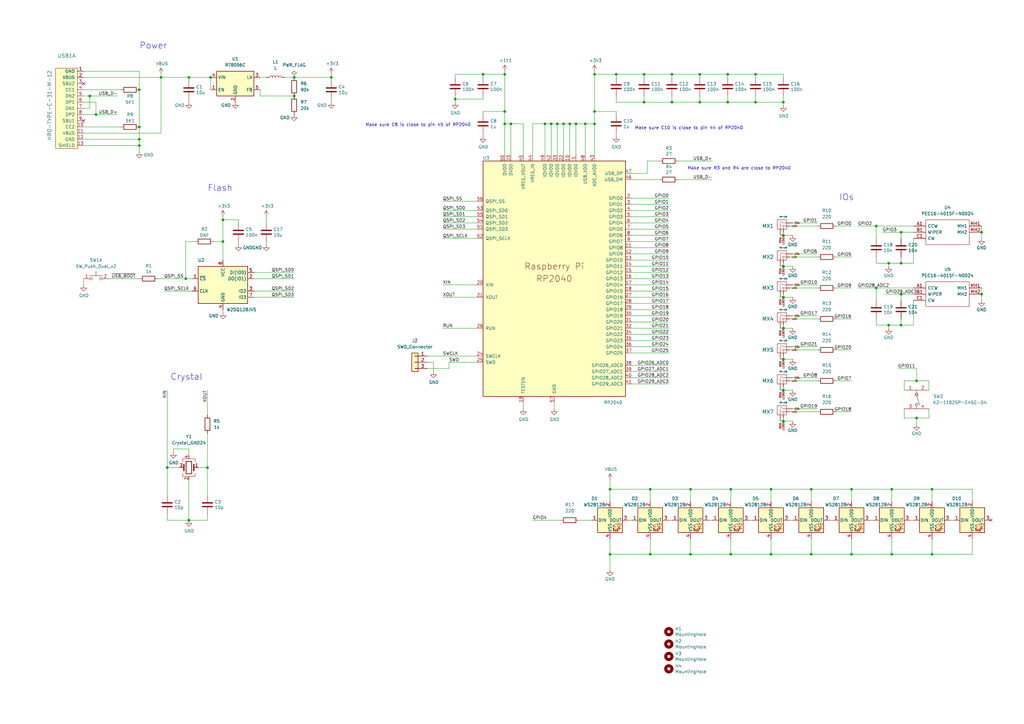
<source format=kicad_sch>
(kicad_sch (version 20211123) (generator eeschema)
  (paper "A3")
  (title_block (title "RP2040 Minimal Design Example") (date "2020-12-18") (rev "REV1") (company "Raspberry Pi (Trading) Ltd"))
  (junction (at 382.27 200.66))
  (junction (at 209.55 50.8))
  (junction (at 332.74 227.33))
  (junction (at 287.02 30.48))
  (junction (at 233.68 50.8))
  (junction (at 283.21 200.66))
  (junction (at 135.89 31.75))
  (junction (at 76.2 114.3))
  (junction (at 299.72 200.66))
  (junction (at 287.02 41.91))
  (junction (at 226.06 50.8))
  (junction (at 369.57 95.25))
  (junction (at 321.31 121.92))
  (junction (at 359.41 92.71))
  (junction (at 236.22 50.8))
  (junction (at 299.72 227.33))
  (junction (at 264.16 30.48))
  (junction (at 283.21 227.33))
  (junction (at 359.41 118.11))
  (junction (at 369.57 107.95))
  (junction (at 321.31 160.02))
  (junction (at 207.01 30.48))
  (junction (at 243.84 30.48))
  (junction (at 264.16 41.91))
  (junction (at 316.23 200.66))
  (junction (at 228.6 50.8))
  (junction (at 321.31 172.72))
  (junction (at 252.73 30.48))
  (junction (at 120.65 31.75))
  (junction (at 332.74 200.66))
  (junction (at 321.31 96.52))
  (junction (at 369.57 120.65))
  (junction (at 198.12 30.48))
  (junction (at 120.65 39.37))
  (junction (at 298.45 41.91))
  (junction (at 85.09 191.77))
  (junction (at 243.84 50.8))
  (junction (at 36.83 39.37))
  (junction (at 77.47 31.75))
  (junction (at 57.15 36.83))
  (junction (at 231.14 50.8))
  (junction (at 57.15 57.15))
  (junction (at 223.52 50.8))
  (junction (at 243.84 45.72))
  (junction (at 365.76 227.33))
  (junction (at 275.59 41.91))
  (junction (at 349.25 227.33))
  (junction (at 375.92 171.45))
  (junction (at 321.31 109.22))
  (junction (at 266.7 227.33))
  (junction (at 275.59 30.48))
  (junction (at 402.59 120.65))
  (junction (at 364.49 133.35))
  (junction (at 68.58 191.77))
  (junction (at 91.44 90.17))
  (junction (at 207.01 50.8))
  (junction (at 39.37 46.99))
  (junction (at 250.19 227.33))
  (junction (at 402.59 95.25))
  (junction (at 321.31 147.32))
  (junction (at 266.7 200.66))
  (junction (at 369.57 133.35))
  (junction (at 186.69 40.64))
  (junction (at 309.88 41.91))
  (junction (at 316.23 227.33))
  (junction (at 321.31 134.62))
  (junction (at 250.19 200.66))
  (junction (at 240.03 50.8))
  (junction (at 57.15 59.69))
  (junction (at 298.45 30.48))
  (junction (at 77.47 213.36))
  (junction (at 207.01 45.72))
  (junction (at 66.04 31.75))
  (junction (at 375.92 156.21))
  (junction (at 382.27 227.33))
  (junction (at 364.49 107.95))
  (junction (at 321.31 41.91))
  (junction (at 91.44 99.06))
  (junction (at 365.76 200.66))
  (junction (at 349.25 200.66))
  (junction (at 57.15 52.07))
  (junction (at 86.36 31.75))
  (junction (at 309.88 30.48))
  (no_connect (at 406.4 213.36))
  (no_connect (at 34.29 49.53))
  (no_connect (at 34.29 34.29))
  (wire (pts (xy 335.28 104.14) (xy 325.12 104.14)))
  (wire (pts (xy 252.73 39.37) (xy 252.73 41.91)))
  (wire (pts (xy 332.74 200.66) (xy 332.74 205.74)))
  (wire (pts (xy 259.08 96.52) (xy 274.32 96.52)))
  (wire (pts (xy 243.84 30.48) (xy 252.73 30.48)))
  (wire (pts (xy 398.78 227.33) (xy 398.78 220.98)))
  (wire (pts (xy 34.29 31.75) (xy 66.04 31.75)))
  (wire (pts (xy 240.03 63.5) (xy 240.03 50.8)))
  (wire (pts (xy 335.28 91.44) (xy 325.12 91.44)))
  (wire (pts (xy 323.85 105.41) (xy 335.28 105.41)))
  (wire (pts (xy 71.12 184.15) (xy 71.12 185.42)))
  (wire (pts (xy 321.31 95.25) (xy 321.31 96.52)))
  (wire (pts (xy 177.8 148.59) (xy 175.26 148.59)))
  (wire (pts (xy 321.31 39.37) (xy 321.31 41.91)))
  (wire (pts (xy 57.15 59.69) (xy 57.15 62.23)))
  (wire (pts (xy 321.31 160.02) (xy 325.12 160.02)))
  (wire (pts (xy 320.04 134.62) (xy 321.31 134.62)))
  (wire (pts (xy 66.04 31.75) (xy 77.47 31.75)))
  (wire (pts (xy 57.15 36.83) (xy 57.15 52.07)))
  (wire (pts (xy 259.08 91.44) (xy 274.32 91.44)))
  (wire (pts (xy 335.28 129.54) (xy 325.12 129.54)))
  (wire (pts (xy 365.76 227.33) (xy 349.25 227.33)))
  (wire (pts (xy 104.14 114.3) (xy 120.65 114.3)))
  (wire (pts (xy 34.29 57.15) (xy 57.15 57.15)))
  (wire (pts (xy 259.08 157.48) (xy 274.32 157.48)))
  (wire (pts (xy 275.59 30.48) (xy 287.02 30.48)))
  (wire (pts (xy 207.01 29.21) (xy 207.01 30.48)))
  (wire (pts (xy 57.15 29.21) (xy 57.15 36.83)))
  (wire (pts (xy 226.06 50.8) (xy 228.6 50.8)))
  (wire (pts (xy 259.08 142.24) (xy 274.32 142.24)))
  (wire (pts (xy 66.04 30.48) (xy 66.04 31.75)))
  (wire (pts (xy 77.47 40.64) (xy 77.47 41.91)))
  (wire (pts (xy 299.72 227.33) (xy 299.72 220.98)))
  (wire (pts (xy 321.31 96.52) (xy 325.12 96.52)))
  (wire (pts (xy 349.25 200.66) (xy 365.76 200.66)))
  (wire (pts (xy 335.28 154.94) (xy 325.12 154.94)))
  (wire (pts (xy 250.19 200.66) (xy 250.19 205.74)))
  (wire (pts (xy 34.29 54.61) (xy 66.04 54.61)))
  (wire (pts (xy 283.21 227.33) (xy 266.7 227.33)))
  (wire (pts (xy 76.2 114.3) (xy 78.74 114.3)))
  (wire (pts (xy 275.59 31.75) (xy 275.59 30.48)))
  (wire (pts (xy 283.21 200.66) (xy 299.72 200.66)))
  (wire (pts (xy 259.08 154.94) (xy 274.32 154.94)))
  (wire (pts (xy 389.89 213.36) (xy 391.16 213.36)))
  (wire (pts (xy 375.92 173.99) (xy 375.92 171.45)))
  (wire (pts (xy 369.57 95.25) (xy 369.57 97.79)))
  (wire (pts (xy 259.08 114.3) (xy 274.32 114.3)))
  (wire (pts (xy 299.72 227.33) (xy 283.21 227.33)))
  (wire (pts (xy 198.12 54.61) (xy 198.12 55.88)))
  (wire (pts (xy 207.01 50.8) (xy 207.01 63.5)))
  (wire (pts (xy 76.2 99.06) (xy 76.2 114.3)))
  (wire (pts (xy 34.29 116.84) (xy 34.29 114.3)))
  (wire (pts (xy 259.08 71.12) (xy 265.43 71.12)))
  (wire (pts (xy 359.41 133.35) (xy 364.49 133.35)))
  (wire (pts (xy 259.08 106.68) (xy 274.32 106.68)))
  (wire (pts (xy 264.16 41.91) (xy 252.73 41.91)))
  (wire (pts (xy 104.14 121.92) (xy 120.65 121.92)))
  (wire (pts (xy 214.63 63.5) (xy 214.63 50.8)))
  (wire (pts (xy 252.73 54.61) (xy 252.73 55.88)))
  (wire (pts (xy 186.69 31.75) (xy 186.69 30.48)))
  (wire (pts (xy 214.63 165.1) (xy 214.63 167.64)))
  (wire (pts (xy 34.29 41.91) (xy 39.37 41.91)))
  (wire (pts (xy 402.59 123.19) (xy 402.59 120.65)))
  (wire (pts (xy 361.95 95.25) (xy 369.57 95.25)))
  (wire (pts (xy 349.25 143.51) (xy 342.9 143.51)))
  (wire (pts (xy 36.83 39.37) (xy 48.26 39.37)))
  (wire (pts (xy 71.12 184.15) (xy 77.47 184.15)))
  (wire (pts (xy 106.68 31.75) (xy 109.22 31.75)))
  (wire (pts (xy 309.88 39.37) (xy 309.88 41.91)))
  (wire (pts (xy 86.36 31.75) (xy 77.47 31.75)))
  (wire (pts (xy 236.22 50.8) (xy 236.22 63.5)))
  (wire (pts (xy 316.23 200.66) (xy 332.74 200.66)))
  (wire (pts (xy 320.04 172.72) (xy 321.31 172.72)))
  (wire (pts (xy 359.41 118.11) (xy 359.41 123.19)))
  (wire (pts (xy 250.19 227.33) (xy 250.19 220.98)))
  (wire (pts (xy 369.57 107.95) (xy 369.57 105.41)))
  (wire (pts (xy 104.14 119.38) (xy 120.65 119.38)))
  (wire (pts (xy 321.31 146.05) (xy 321.31 147.32)))
  (wire (pts (xy 364.49 133.35) (xy 364.49 134.62)))
  (wire (pts (xy 374.65 95.25) (xy 369.57 95.25)))
  (wire (pts (xy 259.08 152.4) (xy 274.32 152.4)))
  (wire (pts (xy 259.08 149.86) (xy 274.32 149.86)))
  (wire (pts (xy 398.78 227.33) (xy 382.27 227.33)))
  (wire (pts (xy 120.65 39.37) (xy 106.68 39.37)))
  (wire (pts (xy 198.12 40.64) (xy 198.12 39.37)))
  (wire (pts (xy 335.28 116.84) (xy 325.12 116.84)))
  (wire (pts (xy 233.68 63.5) (xy 233.68 50.8)))
  (wire (pts (xy 370.84 171.45) (xy 375.92 171.45)))
  (wire (pts (xy 106.68 39.37) (xy 106.68 36.83)))
  (wire (pts (xy 359.41 92.71) (xy 359.41 97.79)))
  (wire (pts (xy 298.45 41.91) (xy 287.02 41.91)))
  (wire (pts (xy 316.23 227.33) (xy 299.72 227.33)))
  (wire (pts (xy 67.31 119.38) (xy 78.74 119.38)))
  (wire (pts (xy 198.12 31.75) (xy 198.12 30.48)))
  (wire (pts (xy 181.61 93.98) (xy 195.58 93.98)))
  (wire (pts (xy 370.84 160.02) (xy 370.84 156.21)))
  (wire (pts (xy 381 167.64) (xy 381 171.45)))
  (wire (pts (xy 298.45 30.48) (xy 309.88 30.48)))
  (wire (pts (xy 195.58 82.55) (xy 181.61 82.55)))
  (wire (pts (xy 320.04 96.52) (xy 321.31 96.52)))
  (wire (pts (xy 321.31 147.32) (xy 325.12 147.32)))
  (wire (pts (xy 175.26 151.13) (xy 184.15 151.13)))
  (wire (pts (xy 44.45 114.3) (xy 57.15 114.3)))
  (wire (pts (xy 275.59 39.37) (xy 275.59 41.91)))
  (wire (pts (xy 77.47 196.85) (xy 77.47 213.36)))
  (wire (pts (xy 39.37 46.99) (xy 34.29 46.99)))
  (wire (pts (xy 382.27 200.66) (xy 398.78 200.66)))
  (wire (pts (xy 266.7 227.33) (xy 266.7 220.98)))
  (wire (pts (xy 349.25 130.81) (xy 342.9 130.81)))
  (wire (pts (xy 299.72 200.66) (xy 316.23 200.66)))
  (wire (pts (xy 243.84 30.48) (xy 243.84 45.72)))
  (wire (pts (xy 177.8 152.4) (xy 177.8 148.59)))
  (wire (pts (xy 135.89 33.02) (xy 135.89 31.75)))
  (wire (pts (xy 309.88 31.75) (xy 309.88 30.48)))
  (wire (pts (xy 402.59 95.25) (xy 402.59 92.71)))
  (wire (pts (xy 275.59 41.91) (xy 264.16 41.91)))
  (wire (pts (xy 298.45 31.75) (xy 298.45 30.48)))
  (wire (pts (xy 266.7 200.66) (xy 266.7 205.74)))
  (wire (pts (xy 321.31 31.75) (xy 321.31 30.48)))
  (wire (pts (xy 198.12 30.48) (xy 207.01 30.48)))
  (wire (pts (xy 265.43 66.04) (xy 270.51 66.04)))
  (wire (pts (xy 321.31 158.75) (xy 321.31 160.02)))
  (wire (pts (xy 91.44 90.17) (xy 91.44 99.06)))
  (wire (pts (xy 259.08 121.92) (xy 274.32 121.92)))
  (wire (pts (xy 368.3 151.13) (xy 375.92 151.13)))
  (wire (pts (xy 186.69 30.48) (xy 198.12 30.48)))
  (wire (pts (xy 85.09 191.77) (xy 85.09 177.8)))
  (wire (pts (xy 332.74 227.33) (xy 316.23 227.33)))
  (wire (pts (xy 259.08 124.46) (xy 274.32 124.46)))
  (wire (pts (xy 243.84 45.72) (xy 252.73 45.72)))
  (wire (pts (xy 97.79 99.06) (xy 97.79 100.33)))
  (wire (pts (xy 375.92 156.21) (xy 375.92 151.13)))
  (wire (pts (xy 335.28 142.24) (xy 325.12 142.24)))
  (wire (pts (xy 231.14 63.5) (xy 231.14 50.8)))
  (wire (pts (xy 373.38 213.36) (xy 374.65 213.36)))
  (wire (pts (xy 195.58 148.59) (xy 184.15 148.59)))
  (wire (pts (xy 181.61 116.84) (xy 195.58 116.84)))
  (wire (pts (xy 68.58 191.77) (xy 73.66 191.77)))
  (wire (pts (xy 181.61 86.36) (xy 195.58 86.36)))
  (wire (pts (xy 198.12 46.99) (xy 198.12 45.72)))
  (wire (pts (xy 85.09 170.18) (xy 85.09 160.02)))
  (wire (pts (xy 398.78 200.66) (xy 398.78 205.74)))
  (wire (pts (xy 264.16 31.75) (xy 264.16 30.48)))
  (wire (pts (xy 321.31 134.62) (xy 325.12 134.62)))
  (wire (pts (xy 250.19 196.85) (xy 250.19 200.66)))
  (wire (pts (xy 218.44 63.5) (xy 218.44 50.8)))
  (wire (pts (xy 299.72 205.74) (xy 299.72 200.66)))
  (wire (pts (xy 356.87 213.36) (xy 358.14 213.36)))
  (wire (pts (xy 259.08 73.66) (xy 270.51 73.66)))
  (wire (pts (xy 237.49 213.36) (xy 242.57 213.36)))
  (wire (pts (xy 207.01 30.48) (xy 207.01 45.72)))
  (wire (pts (xy 364.49 133.35) (xy 369.57 133.35)))
  (wire (pts (xy 374.65 107.95) (xy 369.57 107.95)))
  (wire (pts (xy 349.25 200.66) (xy 349.25 205.74)))
  (wire (pts (xy 186.69 40.64) (xy 186.69 41.91)))
  (wire (pts (xy 257.81 213.36) (xy 259.08 213.36)))
  (wire (pts (xy 369.57 133.35) (xy 369.57 130.81)))
  (wire (pts (xy 135.89 31.75) (xy 135.89 30.48)))
  (wire (pts (xy 36.83 44.45) (xy 36.83 39.37)))
  (wire (pts (xy 97.79 91.44) (xy 97.79 90.17)))
  (wire (pts (xy 309.88 41.91) (xy 321.31 41.91)))
  (wire (pts (xy 231.14 50.8) (xy 233.68 50.8)))
  (wire (pts (xy 374.65 123.19) (xy 374.65 133.35)))
  (wire (pts (xy 259.08 139.7) (xy 274.32 139.7)))
  (wire (pts (xy 236.22 50.8) (xy 240.03 50.8)))
  (wire (pts (xy 85.09 203.2) (xy 85.09 191.77)))
  (wire (pts (xy 259.08 134.62) (xy 274.32 134.62)))
  (wire (pts (xy 259.08 81.28) (xy 274.32 81.28)))
  (wire (pts (xy 264.16 39.37) (xy 264.16 41.91)))
  (wire (pts (xy 68.58 191.77) (xy 68.58 160.02)))
  (wire (pts (xy 332.74 200.66) (xy 349.25 200.66)))
  (wire (pts (xy 57.15 59.69) (xy 34.29 59.69)))
  (wire (pts (xy 402.59 97.79) (xy 402.59 95.25)))
  (wire (pts (xy 214.63 50.8) (xy 209.55 50.8)))
  (wire (pts (xy 175.26 146.05) (xy 195.58 146.05)))
  (wire (pts (xy 259.08 144.78) (xy 274.32 144.78)))
  (wire (pts (xy 359.41 107.95) (xy 364.49 107.95)))
  (wire (pts (xy 369.57 120.65) (xy 374.65 120.65)))
  (wire (pts (xy 309.88 30.48) (xy 321.31 30.48)))
  (wire (pts (xy 402.59 120.65) (xy 402.59 118.11)))
  (wire (pts (xy 135.89 40.64) (xy 135.89 41.91)))
  (wire (pts (xy 287.02 39.37) (xy 287.02 41.91)))
  (wire (pts (xy 109.22 88.9) (xy 109.22 91.44)))
  (wire (pts (xy 85.09 210.82) (xy 85.09 213.36)))
  (wire (pts (xy 278.13 66.04) (xy 292.1 66.04)))
  (wire (pts (xy 320.04 109.22) (xy 321.31 109.22)))
  (wire (pts (xy 381 156.21) (xy 381 160.02)))
  (wire (pts (xy 259.08 101.6) (xy 274.32 101.6)))
  (wire (pts (xy 266.7 227.33) (xy 250.19 227.33)))
  (wire (pts (xy 259.08 83.82) (xy 274.32 83.82)))
  (wire (pts (xy 290.83 213.36) (xy 292.1 213.36)))
  (wire (pts (xy 283.21 200.66) (xy 283.21 205.74)))
  (wire (pts (xy 298.45 39.37) (xy 298.45 41.91)))
  (wire (pts (xy 80.01 99.06) (xy 76.2 99.06)))
  (wire (pts (xy 77.47 184.15) (xy 77.47 186.69)))
  (wire (pts (xy 370.84 171.45) (xy 370.84 167.64)))
  (wire (pts (xy 223.52 50.8) (xy 226.06 50.8)))
  (wire (pts (xy 223.52 63.5) (xy 223.52 50.8)))
  (wire (pts (xy 349.25 227.33) (xy 349.25 220.98)))
  (wire (pts (xy 252.73 46.99) (xy 252.73 45.72)))
  (wire (pts (xy 81.28 191.77) (xy 85.09 191.77)))
  (wire (pts (xy 68.58 203.2) (xy 68.58 191.77)))
  (wire (pts (xy 259.08 127) (xy 274.32 127)))
  (wire (pts (xy 274.32 213.36) (xy 275.59 213.36)))
  (wire (pts (xy 264.16 30.48) (xy 275.59 30.48)))
  (wire (pts (xy 195.58 134.62) (xy 181.61 134.62)))
  (wire (pts (xy 321.31 121.92) (xy 325.12 121.92)))
  (wire (pts (xy 227.33 165.1) (xy 227.33 167.64)))
  (wire (pts (xy 365.76 200.66) (xy 365.76 205.74)))
  (wire (pts (xy 68.58 213.36) (xy 77.47 213.36)))
  (wire (pts (xy 34.29 29.21) (xy 57.15 29.21)))
  (wire (pts (xy 68.58 210.82) (xy 68.58 213.36)))
  (wire (pts (xy 370.84 156.21) (xy 375.92 156.21)))
  (wire (pts (xy 252.73 31.75) (xy 252.73 30.48)))
  (wire (pts (xy 287.02 30.48) (xy 298.45 30.48)))
  (wire (pts (xy 349.25 118.11) (xy 342.9 118.11)))
  (wire (pts (xy 186.69 39.37) (xy 186.69 40.64)))
  (wire (pts (xy 375.92 156.21) (xy 381 156.21)))
  (wire (pts (xy 207.01 45.72) (xy 207.01 50.8)))
  (wire (pts (xy 349.25 168.91) (xy 342.9 168.91)))
  (wire (pts (xy 259.08 86.36) (xy 274.32 86.36)))
  (wire (pts (xy 321.31 171.45) (xy 321.31 172.72)))
  (wire (pts (xy 323.85 213.36) (xy 325.12 213.36)))
  (wire (pts (xy 66.04 54.61) (xy 66.04 31.75)))
  (wire (pts (xy 104.14 111.76) (xy 120.65 111.76)))
  (wire (pts (xy 195.58 97.79) (xy 181.61 97.79)))
  (wire (pts (xy 181.61 88.9) (xy 195.58 88.9)))
  (wire (pts (xy 259.08 132.08) (xy 274.32 132.08)))
  (wire (pts (xy 233.68 50.8) (xy 236.22 50.8)))
  (wire (pts (xy 335.28 167.64) (xy 325.12 167.64)))
  (wire (pts (xy 320.04 160.02) (xy 321.31 160.02)))
  (wire (pts (xy 259.08 129.54) (xy 274.32 129.54)))
  (wire (pts (xy 332.74 227.33) (xy 332.74 220.98)))
  (wire (pts (xy 259.08 116.84) (xy 274.32 116.84)))
  (wire (pts (xy 259.08 93.98) (xy 274.32 93.98)))
  (wire (pts (xy 57.15 57.15) (xy 57.15 59.69)))
  (wire (pts (xy 209.55 63.5) (xy 209.55 50.8)))
  (wire (pts (xy 116.84 31.75) (xy 120.65 31.75)))
  (wire (pts (xy 316.23 200.66) (xy 316.23 205.74)))
  (wire (pts (xy 198.12 45.72) (xy 207.01 45.72)))
  (wire (pts (xy 323.85 118.11) (xy 335.28 118.11)))
  (wire (pts (xy 349.25 105.41) (xy 342.9 105.41)))
  (wire (pts (xy 266.7 200.66) (xy 283.21 200.66)))
  (wire (pts (xy 228.6 50.8) (xy 231.14 50.8)))
  (wire (pts (xy 321.31 133.35) (xy 321.31 134.62)))
  (wire (pts (xy 375.92 171.45) (xy 381 171.45)))
  (wire (pts (xy 250.19 200.66) (xy 266.7 200.66)))
  (wire (pts (xy 382.27 227.33) (xy 365.76 227.33)))
  (wire (pts (xy 349.25 227.33) (xy 332.74 227.33)))
  (wire (pts (xy 77.47 33.02) (xy 77.47 31.75)))
  (wire (pts (xy 320.04 147.32) (xy 321.31 147.32)))
  (wire (pts (xy 226.06 63.5) (xy 226.06 50.8)))
  (wire (pts (xy 382.27 227.33) (xy 382.27 220.98)))
  (wire (pts (xy 365.76 227.33) (xy 365.76 220.98)))
  (wire (pts (xy 259.08 104.14) (xy 274.32 104.14)))
  (wire (pts (xy 369.57 120.65) (xy 369.57 123.19)))
  (wire (pts (xy 323.85 143.51) (xy 335.28 143.51)))
  (wire (pts (xy 250.19 227.33) (xy 250.19 233.68)))
  (wire (pts (xy 265.43 66.04) (xy 265.43 71.12)))
  (wire (pts (xy 364.49 107.95) (xy 364.49 109.22)))
  (wire (pts (xy 120.65 31.75) (xy 135.89 31.75)))
  (wire (pts (xy 320.04 121.92) (xy 321.31 121.92)))
  (wire (pts (xy 259.08 137.16) (xy 274.32 137.16)))
  (wire (pts (xy 278.13 73.66) (xy 292.1 73.66)))
  (wire (pts (xy 36.83 39.37) (xy 34.29 39.37)))
  (wire (pts (xy 186.69 40.64) (xy 198.12 40.64)))
  (wire (pts (xy 109.22 99.06) (xy 109.22 100.33)))
  (wire (pts (xy 365.76 200.66) (xy 382.27 200.66)))
  (wire (pts (xy 91.44 99.06) (xy 91.44 106.68)))
  (wire (pts (xy 351.79 92.71) (xy 359.41 92.71)))
  (wire (pts (xy 359.41 133.35) (xy 359.41 130.81)))
  (wire (pts (xy 321.31 172.72) (xy 325.12 172.72)))
  (wire (pts (xy 307.34 213.36) (xy 308.61 213.36)))
  (wire (pts (xy 349.25 92.71) (xy 342.9 92.71)))
  (wire (pts (xy 57.15 52.07) (xy 57.15 57.15)))
  (wire (pts (xy 39.37 46.99) (xy 48.26 46.99)))
  (wire (pts (xy 259.08 109.22) (xy 274.32 109.22)))
  (wire (pts (xy 374.65 133.35) (xy 369.57 133.35)))
  (wire (pts (xy 259.08 88.9) (xy 274.32 88.9)))
  (wire (pts (xy 64.77 114.3) (xy 76.2 114.3)))
  (wire (pts (xy 91.44 127) (xy 91.44 128.27)))
  (wire (pts (xy 91.44 88.9) (xy 91.44 90.17)))
  (wire (pts (xy 181.61 91.44) (xy 195.58 91.44)))
  (wire (pts (xy 363.22 120.65) (xy 369.57 120.65)))
  (wire (pts (xy 218.44 50.8) (xy 223.52 50.8)))
  (wire (pts (xy 323.85 168.91) (xy 335.28 168.91)))
  (wire (pts (xy 323.85 130.81) (xy 335.28 130.81)))
  (wire (pts (xy 228.6 63.5) (xy 228.6 50.8)))
  (wire (pts (xy 195.58 121.92) (xy 181.61 121.92)))
  (wire (pts (xy 259.08 119.38) (xy 274.32 119.38)))
  (wire (pts (xy 252.73 30.48) (xy 264.16 30.48)))
  (wire (pts (xy 316.23 227.33) (xy 316.23 220.98)))
  (wire (pts (xy 49.53 52.07) (xy 34.29 52.07)))
  (wire (pts (xy 87.63 99.06) (xy 91.44 99.06)))
  (wire (pts (xy 364.49 107.95) (xy 369.57 107.95)))
  (wire (pts (xy 259.08 99.06) (xy 274.32 99.06)))
  (wire (pts (xy 259.08 111.76) (xy 274.32 111.76)))
  (wire (pts (xy 283.21 227.33) (xy 283.21 220.98)))
  (wire (pts (xy 184.15 148.59) (xy 184.15 151.13)))
  (wire (pts (xy 321.31 41.91) (xy 321.31 43.18)))
  (wire (pts (xy 374.65 97.79) (xy 374.65 107.95)))
  (wire (pts (xy 351.79 118.11) (xy 359.41 118.11)))
  (wire (pts (xy 240.03 50.8) (xy 243.84 50.8)))
  (wire (pts (xy 86.36 31.75) (xy 86.36 36.83)))
  (wire (pts (xy 243.84 50.8) (xy 243.84 63.5)))
  (wire (pts (xy 49.53 36.83) (xy 34.29 36.83)))
  (wire (pts (xy 218.44 213.36) (xy 229.87 213.36)))
  (wire (pts (xy 287.02 41.91) (xy 275.59 41.91)))
  (wire (pts (xy 382.27 200.66) (xy 382.27 205.74)))
  (wire (pts (xy 374.65 92.71) (xy 359.41 92.71)))
  (wire (pts (xy 209.55 50.8) (xy 207.01 50.8)))
  (wire (pts (xy 243.84 29.21) (xy 243.84 30.48)))
  (wire (pts (xy 323.85 92.71) (xy 335.28 92.71)))
  (wire (pts (xy 359.41 107.95) (xy 359.41 105.41)))
  (wire (pts (xy 349.25 156.21) (xy 342.9 156.21)))
  (wire (pts (xy 321.31 107.95) (xy 321.31 109.22)))
  (wire (pts (xy 97.79 90.17) (xy 91.44 90.17)))
  (wire (pts (xy 374.65 118.11) (xy 359.41 118.11)))
  (wire (pts (xy 321.31 120.65) (xy 321.31 121.92)))
  (wire (pts (xy 309.88 41.91) (xy 298.45 41.91)))
  (wire (pts (xy 34.29 44.45) (xy 36.83 44.45)))
  (wire (pts (xy 85.09 213.36) (xy 77.47 213.36)))
  (wire (pts (xy 340.36 213.36) (xy 341.63 213.36)))
  (wire (pts (xy 39.37 41.91) (xy 39.37 46.99)))
  (wire (pts (xy 287.02 31.75) (xy 287.02 30.48)))
  (wire (pts (xy 323.85 156.21) (xy 335.28 156.21)))
  (wire (pts (xy 321.31 109.22) (xy 325.12 109.22)))
  (wire (pts (xy 243.84 45.72) (xy 243.84 50.8)))
  (text "Make sure C10 is close to pin 44 of RP2040" (at 260.35 53.34 0) (effects (font (size 1.27 1.27)) (justify left bottom)))
  (text "Make sure C8 is close to pin 45 of RP2040" (at 149.86 52.07 0) (effects (font (size 1.27 1.27)) (justify left bottom)))
  (text "Crystal" (at 69.85 156.21 0) (effects (font (size 2.54 2.54)) (justify left bottom)))
  (text "Make sure R3 and R4 are close to RP2040" (at 281.94 69.85 0) (effects (font (size 1.27 1.27)) (justify left bottom)))
  (text "Flash" (at 85.09 78.74 0) (effects (font (size 2.54 2.54)) (justify left bottom)))
  (text "Power" (at 57.15 20.32 0) (effects (font (size 2.54 2.54)) (justify left bottom)))
  (text "IOs" (at 344.17 82.55 0) (effects (font (size 2.54 2.54)) (justify left bottom)))
  (label "USB_D+" (at 292.1 66.04 180))
  (label "GPIO29_ADC3" (at 274.32 157.48 180))
  (label "USB_D-" (at 48.26 39.37 180))
  (label "USB_D-" (at 292.1 73.66 180))
  (label "XIN" (at 181.61 116.84 0))
  (label "GPIO20" (at 274.32 132.08 180))
  (label "GPIO5" (at 274.32 93.98 180))
  (label "GPIO18" (at 349.25 168.91 180))
  (label "GPIO1" (at 274.32 83.82 180))
  (label "QSPI_SD2" (at 120.65 119.38 180))
  (label "RUN" (at 181.61 134.62 0))
  (label "GPIO3" (at 361.95 95.25 0))
  (label "GPIO10" (at 335.28 116.84 180))
  (label "GPIO29_ADC3" (at 363.22 120.65 0))
  (label "QSPI_SD3" (at 181.61 93.98 0))
  (label "SWCLK" (at 181.61 146.05 0))
  (label "GPIO20" (at 349.25 143.51 180))
  (label "GPIO11" (at 274.32 109.22 180))
  (label "GPIO6" (at 274.32 96.52 180))
  (label "GPIO2" (at 274.32 86.36 180))
  (label "GPIO22" (at 274.32 137.16 180))
  (label "GPIO15" (at 274.32 119.38 180))
  (label "XOUT" (at 181.61 121.92 0))
  (label "GPIO16" (at 274.32 121.92 180))
  (label "XOUT" (at 85.09 160.02 270))
  (label "GPIO19" (at 335.28 167.64 180))
  (label "GPIO3" (at 274.32 88.9 180))
  (label "USB_D+" (at 48.26 46.99 180))
  (label "GPIO16" (at 349.25 130.81 180))
  (label "GPIO27_ADC1" (at 274.32 152.4 180))
  (label "QSPI_SCLK" (at 181.61 97.79 0))
  (label "GPIO9" (at 274.32 104.14 180))
  (label "GPIO26_ADC0" (at 274.32 149.86 180))
  (label "GPIO7" (at 349.25 156.21 180))
  (label "GPIO28_ADC2" (at 351.79 118.11 0))
  (label "GPIO8" (at 274.32 101.6 180))
  (label "GPIO4" (at 218.44 213.36 0))
  (label "GPIO21" (at 335.28 142.24 180))
  (label "GPIO4" (at 274.32 91.44 180))
  (label "GPIO2" (at 351.79 92.71 0))
  (label "GPIO10" (at 274.32 106.68 180))
  (label "GPIO18" (at 274.32 127 180))
  (label "GPIO13" (at 274.32 114.3 180))
  (label "SWD" (at 184.15 148.59 0))
  (label "GPIO6" (at 335.28 104.14 180))
  (label "QSPI_SD0" (at 181.61 86.36 0))
  (label "GPIO25" (at 274.32 144.78 180))
  (label "GPIO1" (at 335.28 91.44 180))
  (label "GPIO19" (at 274.32 129.54 180))
  (label "QSPI_SCLK" (at 67.31 119.38 0))
  (label "GPIO17" (at 274.32 124.46 180))
  (label "GPIO23" (at 274.32 139.7 180))
  (label "GPIO0" (at 274.32 81.28 180))
  (label "GPIO12" (at 274.32 111.76 180))
  (label "QSPI_SS" (at 181.61 82.55 0))
  (label "~{USB_BOOT}" (at 45.72 114.3 0))
  (label "GPIO9" (at 349.25 118.11 180))
  (label "QSPI_SD0" (at 120.65 111.76 180))
  (label "QSPI_SD1" (at 181.61 88.9 0))
  (label "GPIO21" (at 274.32 134.62 180))
  (label "GPIO11" (at 368.3 151.13 0))
  (label "QSPI_SD1" (at 120.65 114.3 180))
  (label "QSPI_SS" (at 67.31 114.3 0))
  (label "GPIO28_ADC2" (at 274.32 154.94 180))
  (label "GPIO7" (at 274.32 99.06 180))
  (label "GPIO17" (at 335.28 129.54 180))
  (label "XIN" (at 68.58 160.02 270))
  (label "QSPI_SD2" (at 181.61 91.44 0))
  (label "QSPI_SD3" (at 120.65 121.92 180))
  (label "GPIO14" (at 274.32 116.84 180))
  (label "GPIO8" (at 335.28 154.94 180))
  (label "GPIO24" (at 274.32 142.24 180))
  (label "GPIO0" (at 349.25 92.71 180))
  (label "GPIO5" (at 349.25 105.41 180))
  (symbol (lib_id "MCU_RaspberryPi_RP2040:RP2040") (at 227.33 114.3 0) (unit 1)
    (property "Reference" "U3" (at 199.39 64.77 0))
    (property "Value" "RP2040" (at 251.46 165.1 0))
    (property "Footprint" "RP2040_minimal:RP2040-QFN-56" (effects hide))
  )
  (symbol (lib_id "Device:C") (at 68.58 207.01 0) (unit 1)
    (property "Reference" "C2" (at 71.501 205.8416 0) (effects (justify left)))
    (property "Value" "10p" (at 71.501 208.153 0) (effects (justify left)))
    (property "Footprint" "Capacitor_SMD:C_0402_1005Metric" (effects hide))
  )
  (symbol (lib_id "Device:C") (at 85.09 207.01 0) (unit 1)
    (property "Reference" "C3" (at 88.011 205.8416 0) (effects (justify left)))
    (property "Value" "10p" (at 88.011 208.153 0) (effects (justify left)))
    (property "Footprint" "Capacitor_SMD:C_0402_1005Metric" (effects hide))
  )
  (symbol (lib_id "power:GND") (at 77.47 213.36 0) (unit 1)
    (property "Reference" "#PWR06" (effects hide))
    (property "Value" "GND" (at 77.597 217.7542 0))
  )
  (symbol (lib_id "Memory_Flash:W25Q128JVS") (at 91.44 116.84 0) (unit 1)
    (property "Reference" "U2" (at 82.55 106.68 0))
    (property "Value" "W25Q128JVS" (at 99.06 127 0))
    (property "Footprint" "Package_SO:SOIC-8_5.23x5.23mm_P1.27mm" (effects hide))
    (property "Datasheet" "http://www.winbond.com/resource-files/w25q128jv_dtr%20revc%2003272018%20plus.pdf" (effects hide))
  )
  (symbol (lib_id "power:+3V3") (at 91.44 88.9 0) (unit 1)
    (property "Reference" "#PWR07" (effects hide))
    (property "Value" "+3V3" (at 91.821 84.5058 0))
  )
  (symbol (lib_id "power:GND") (at 91.44 128.27 0) (unit 1)
    (property "Reference" "#PWR08" (effects hide))
    (property "Value" "GND" (at 87.63 129.54 0))
  )
  (symbol (lib_id "Device:R") (at 83.82 99.06 270) (unit 1)
    (property "Reference" "R2" (at 83.82 93.98 90))
    (property "Value" "DNF" (at 83.82 96.52 90))
    (property "Footprint" "Resistor_SMD:R_0402_1005Metric" (effects hide))
  )
  (symbol (lib_id "Device:R") (at 60.96 114.3 270) (unit 1)
    (property "Reference" "R1" (at 60.96 109.0422 90))
    (property "Value" "1k" (at 60.96 111.3536 90))
    (property "Footprint" "Resistor_SMD:R_0402_1005Metric" (effects hide))
  )
  (symbol (lib_id "Device:C") (at 97.79 95.25 0) (unit 1)
    (property "Reference" "C5" (at 100.711 94.0816 0) (effects (justify left)))
    (property "Value" "100n" (at 100.711 96.393 0) (effects (justify left)))
    (property "Footprint" "Capacitor_SMD:C_0402_1005Metric" (effects hide))
  )
  (symbol (lib_id "power:GND") (at 97.79 100.33 0) (unit 1)
    (property "Reference" "#PWR011" (effects hide))
    (property "Value" "GND" (at 101.6 101.6 0))
  )
  (symbol (lib_id "power:GND") (at 227.33 167.64 0) (unit 1)
    (property "Reference" "#PWR016" (effects hide))
    (property "Value" "GND" (at 227.457 172.0342 0))
  )
  (symbol (lib_id "power:GND") (at 214.63 167.64 0) (unit 1)
    (property "Reference" "#PWR015" (effects hide))
    (property "Value" "GND" (at 214.757 172.0342 0))
  )
  (symbol (lib_id "Device:R") (at 274.32 66.04 270) (unit 1)
    (property "Reference" "R3" (at 274.32 60.7822 90))
    (property "Value" "27" (at 274.32 63.0936 90))
    (property "Footprint" "Resistor_SMD:R_0402_1005Metric" (effects hide))
  )
  (symbol (lib_id "Device:R") (at 274.32 73.66 270) (unit 1)
    (property "Reference" "R4" (at 274.32 68.4022 90))
    (property "Value" "27" (at 274.32 70.7136 90))
    (property "Footprint" "Resistor_SMD:R_0402_1005Metric" (effects hide))
  )
  (symbol (lib_id "power:+3V3") (at 243.84 29.21 0) (unit 1)
    (property "Reference" "#PWR017" (effects hide))
    (property "Value" "+3V3" (at 244.221 24.8158 0))
  )
  (symbol (lib_id "power:+1V1") (at 207.01 29.21 0) (unit 1)
    (property "Reference" "#PWR014" (effects hide))
    (property "Value" "+1V1" (at 207.391 24.8158 0))
  )
  (symbol (lib_id "Device:C") (at 252.73 35.56 0) (unit 1)
    (property "Reference" "C9" (at 255.651 34.3916 0) (effects (justify left)))
    (property "Value" "100n" (at 255.651 36.703 0) (effects (justify left)))
    (property "Footprint" "Capacitor_SMD:C_0402_1005Metric" (effects hide))
  )
  (symbol (lib_id "Device:C") (at 264.16 35.56 0) (unit 1)
    (property "Reference" "C11" (at 267.081 34.3916 0) (effects (justify left)))
    (property "Value" "100n" (at 267.081 36.703 0) (effects (justify left)))
    (property "Footprint" "Capacitor_SMD:C_0402_1005Metric" (effects hide))
  )
  (symbol (lib_id "Device:C") (at 275.59 35.56 0) (unit 1)
    (property "Reference" "C12" (at 278.511 34.3916 0) (effects (justify left)))
    (property "Value" "100n" (at 278.511 36.703 0) (effects (justify left)))
    (property "Footprint" "Capacitor_SMD:C_0402_1005Metric" (effects hide))
  )
  (symbol (lib_id "Device:C") (at 287.02 35.56 0) (unit 1)
    (property "Reference" "C13" (at 289.941 34.3916 0) (effects (justify left)))
    (property "Value" "100n" (at 289.941 36.703 0) (effects (justify left)))
    (property "Footprint" "Capacitor_SMD:C_0402_1005Metric" (effects hide))
  )
  (symbol (lib_id "Device:C") (at 298.45 35.56 0) (unit 1)
    (property "Reference" "C14" (at 301.371 34.3916 0) (effects (justify left)))
    (property "Value" "100n" (at 301.371 36.703 0) (effects (justify left)))
    (property "Footprint" "Capacitor_SMD:C_0402_1005Metric" (effects hide))
  )
  (symbol (lib_id "Device:C") (at 309.88 35.56 0) (unit 1)
    (property "Reference" "C15" (at 312.801 34.3916 0) (effects (justify left)))
    (property "Value" "100n" (at 312.801 36.703 0) (effects (justify left)))
    (property "Footprint" "Capacitor_SMD:C_0402_1005Metric" (effects hide))
  )
  (symbol (lib_id "Device:C") (at 321.31 35.56 0) (unit 1)
    (property "Reference" "C16" (at 324.231 34.3916 0) (effects (justify left)))
    (property "Value" "100n" (at 324.231 36.703 0) (effects (justify left)))
    (property "Footprint" "Capacitor_SMD:C_0402_1005Metric" (effects hide))
  )
  (symbol (lib_id "Device:C") (at 186.69 35.56 0) (unit 1)
    (property "Reference" "C6" (at 189.611 34.3916 0) (effects (justify left)))
    (property "Value" "100n" (at 189.611 36.703 0) (effects (justify left)))
    (property "Footprint" "Capacitor_SMD:C_0402_1005Metric" (effects hide))
  )
  (symbol (lib_id "Device:C") (at 198.12 35.56 0) (unit 1)
    (property "Reference" "C7" (at 201.041 34.3916 0) (effects (justify left)))
    (property "Value" "100n" (at 201.041 36.703 0) (effects (justify left)))
    (property "Footprint" "Capacitor_SMD:C_0402_1005Metric" (effects hide))
  )
  (symbol (lib_id "Device:C") (at 198.12 50.8 0) (unit 1)
    (property "Reference" "C8" (at 201.041 49.6316 0) (effects (justify left)))
    (property "Value" "1u" (at 201.041 51.943 0) (effects (justify left)))
    (property "Footprint" "Capacitor_SMD:C_0402_1005Metric" (effects hide))
  )
  (symbol (lib_id "Device:C") (at 252.73 50.8 0) (unit 1)
    (property "Reference" "C10" (at 255.651 49.6316 0) (effects (justify left)))
    (property "Value" "1u" (at 255.651 51.943 0) (effects (justify left)))
    (property "Footprint" "Capacitor_SMD:C_0402_1005Metric" (effects hide))
  )
  (symbol (lib_id "Mechanical:MountingHole") (at 274.32 259.08 0) (unit 1)
    (property "Reference" "H1" (at 276.86 257.9116 0) (effects (justify left)))
    (property "Value" "MountingHole" (at 276.86 260.223 0) (effects (justify left)))
    (property "Footprint" "MountingHole:MountingHole_3.2mm_M3" (effects hide))
  )
  (symbol (lib_id "Mechanical:MountingHole") (at 274.32 264.16 0) (unit 1)
    (property "Reference" "H2" (at 276.86 262.9916 0) (effects (justify left)))
    (property "Value" "MountingHole" (at 276.86 265.303 0) (effects (justify left)))
    (property "Footprint" "MountingHole:MountingHole_3.2mm_M3" (effects hide))
  )
  (symbol (lib_id "Mechanical:MountingHole") (at 274.32 269.24 0) (unit 1)
    (property "Reference" "H3" (at 276.86 268.0716 0) (effects (justify left)))
    (property "Value" "MountingHole" (at 276.86 270.383 0) (effects (justify left)))
    (property "Footprint" "MountingHole:MountingHole_3.2mm_M3" (effects hide))
  )
  (symbol (lib_id "Mechanical:MountingHole") (at 274.32 274.32 0) (unit 1)
    (property "Reference" "H4" (at 276.86 273.1516 0) (effects (justify left)))
    (property "Value" "MountingHole" (at 276.86 275.463 0) (effects (justify left)))
    (property "Footprint" "MountingHole:MountingHole_3.2mm_M3" (effects hide))
  )
  (symbol (lib_id "power:GND") (at 321.31 43.18 0) (unit 1)
    (property "Reference" "#PWR023" (effects hide))
    (property "Value" "GND" (at 321.437 47.5742 0))
  )
  (symbol (lib_id "power:GND") (at 186.69 41.91 0) (unit 1)
    (property "Reference" "#PWR012" (effects hide))
    (property "Value" "GND" (at 186.817 46.3042 0))
  )
  (symbol (lib_id "power:GND") (at 198.12 55.88 0) (unit 1)
    (property "Reference" "#PWR013" (effects hide))
    (property "Value" "GND" (at 198.247 60.2742 0))
  )
  (symbol (lib_id "power:GND") (at 252.73 55.88 0) (unit 1)
    (property "Reference" "#PWR018" (effects hide))
    (property "Value" "GND" (at 252.857 60.2742 0))
  )
  (symbol (lib_id "power:VBUS") (at 66.04 30.48 0) (unit 1)
    (property "Reference" "#PWR03" (effects hide))
    (property "Value" "VBUS" (at 66.421 26.0858 0))
  )
  (symbol (lib_id "power:+3V3") (at 135.89 30.48 0) (unit 1)
    (property "Reference" "#PWR09" (effects hide))
    (property "Value" "+3V3" (at 136.271 26.0858 0))
  )
  (symbol (lib_id "Device:C") (at 77.47 36.83 0) (unit 1)
    (property "Reference" "C1" (at 80.391 35.6616 0) (effects (justify left)))
    (property "Value" "10u" (at 80.391 37.973 0) (effects (justify left)))
    (property "Footprint" "Inductor_SMD:L_1008_2520Metric" (effects hide))
  )
  (symbol (lib_id "Device:C") (at 135.89 36.83 0) (unit 1)
    (property "Reference" "C4" (at 138.811 35.6616 0) (effects (justify left)))
    (property "Value" "10u" (at 138.811 37.973 0) (effects (justify left)))
    (property "Footprint" "Capacitor_SMD:C_0805_2012Metric" (effects hide))
  )
  (symbol (lib_id "power:GND") (at 77.47 41.91 0) (unit 1)
    (property "Reference" "#PWR04" (effects hide))
    (property "Value" "GND" (at 73.66 43.18 0))
  )
  (symbol (lib_id "power:GND") (at 135.89 41.91 0) (unit 1)
    (property "Reference" "#PWR010" (effects hide))
    (property "Value" "GND" (at 132.08 43.18 0))
  )
  (symbol (lib_id "Device:R") (at 85.09 173.99 0) (unit 1)
    (property "Reference" "R5" (at 88.9 172.72 0))
    (property "Value" "1k" (at 88.9 175.26 0))
    (property "Footprint" "Resistor_SMD:R_0402_1005Metric" (effects hide))
  )
  (symbol (lib_id "power:+3V3") (at 109.22 88.9 0) (unit 1)
    (property "Reference" "#PWR024" (effects hide))
    (property "Value" "+3V3" (at 109.601 84.5058 0))
  )
  (symbol (lib_id "Device:C") (at 109.22 95.25 0) (unit 1)
    (property "Reference" "C17" (at 112.141 94.0816 0) (effects (justify left)))
    (property "Value" "10u" (at 112.141 96.393 0) (effects (justify left)))
    (property "Footprint" "Capacitor_SMD:C_0805_2012Metric" (effects hide))
  )
  (symbol (lib_id "power:GND") (at 109.22 100.33 0) (unit 1)
    (property "Reference" "#PWR025" (effects hide))
    (property "Value" "GND" (at 105.41 101.6 0))
  )
  (symbol (lib_id "power:GND") (at 34.29 116.84 0) (unit 1)
    (property "Reference" "#PWR02" (effects hide))
    (property "Value" "GND" (at 34.417 121.2342 0))
  )
  (symbol (lib_id "Device:Crystal_GND24") (at 77.47 191.77 180) (unit 1)
    (property "Reference" "Y1" (at 77.47 179.07 0))
    (property "Value" "Crystal_GND24" (at 77.47 181.61 0))
    (property "Footprint" "Crystal:Crystal_SMD_2520-4Pin_2.5x2.0mm" (effects hide))
    (property "Datasheet" "https://lcsc.com/product-detail/Crystals_JYJE-2TJ412000XYGBC_C2149207.html" (effects hide))
  )
  (symbol (lib_id "Device:R") (at 120.65 43.18 0) (unit 1)
    (property "Reference" "R7" (at 123.19 41.9099 0) (effects (justify left)))
    (property "Value" "20k" (at 123.19 44.4499 0) (effects (justify left)))
    (property "Footprint" "Resistor_SMD:R_0402_1005Metric" (effects hide))
  )
  (symbol (lib_id "power:GND") (at 364.49 134.62 0) (unit 1)
    (property "Reference" "#PWR0116" (effects hide))
    (property "Value" "GND" (at 364.49 138.43 0))
  )
  (symbol (lib_id "WS2812B-4020:WS2812B-4020") (at 365.76 213.36 0) (unit 1)
    (property "Reference" "D8" (at 359.41 204.47 0))
    (property "Value" "WS2812B" (at 359.41 207.01 0))
    (property "Footprint" "WS2812B-4020:WS2812B-4020" (effects hide))
    (property "Datasheet" "https://datasheet.lcsc.com/szlcsc/2012110135_Worldsemi-WS2812B-4020_C965557.pdf" (effects hide))
  )
  (symbol (lib_id "MX:MX-LED") (at 321.31 156.21 0) (unit 1)
    (property "Reference" "MX6" (at 314.96 156.21 0) (effects (font (size 1.524 1.524))))
    (property "Value" "MX-LED" (at 321.31 152.4 0) (effects (font (size 0.508 0.508))))
    (property "Footprint" "MX:MXOnly-1.5U-Hotswap-LED-SMD" (effects hide))
  )
  (symbol (lib_id "power:GND") (at 57.15 62.23 0) (unit 1)
    (property "Reference" "#PWR0105" (effects hide))
    (property "Value" "GND" (at 60.96 63.5 0))
  )
  (symbol (lib_id "power:GND") (at 325.12 172.72 0) (unit 1)
    (property "Reference" "#PWR0108" (effects hide))
    (property "Value" "GND" (at 325.12 176.53 0))
  )
  (symbol (lib_id "Device:R") (at 339.09 168.91 90) (unit 1)
    (property "Reference" "R16" (at 339.09 162.56 90))
    (property "Value" "220" (at 339.09 165.1 90))
    (property "Footprint" "Resistor_SMD:R_0603_1608Metric" (effects hide))
  )
  (symbol (lib_id "power:GND") (at 402.59 123.19 0) (unit 1)
    (property "Reference" "#PWR0114" (effects hide))
    (property "Value" "GND" (at 402.59 127 0))
  )
  (symbol (lib_id "Type-C:HRO-TYPE-C-31-M-12") (at 31.75 43.18 0) (unit 1)
    (property "Reference" "USB1" (at 27.305 22.86 0) (effects (font (size 1.524 1.524))))
    (property "Value" "HRO-TYPE-C-31-M-12" (at 20.32 43.18 90) (effects (font (size 1.524 1.524))))
    (property "Footprint" "Type-C:HRO-TYPE-C-31-M-12-Assembly" (effects hide))
    (property "Datasheet" "https://datasheet.lcsc.com/lcsc/2108131730_Korean-Hroparts-Elec-TYPE-C-31-M-12_C165948.pdf" (effects hide))
  )
  (symbol (lib_id "PEC16-4015F-N0024:PEC16-4015F-N0024") (at 374.65 118.11 0) (unit 1)
    (property "Reference" "U5" (at 388.62 110.49 0))
    (property "Value" "PEC16-4015F-N0024" (at 388.62 113.03 0))
    (property "Footprint" "PEC16-4015F-N0024:PEC16-4015F-N0024-millmax" (effects hide))
    (property "Datasheet" "https://www.bourns.com/docs/Product-Datasheets/pec16.pdf" (effects hide))
    (property "Description" "Mechanical Encoder Rotary Incremental Flat 0.02N.m Straight Quadrature Digital Square Wave 24PPR Through Hole PC Pin" (effects hide))
    (property "Height" "21.5" (effects hide))
    (property "Mouser Part Number" "652-PEC16-4015FN0024" (effects hide))
    (property "Mouser Price/Stock" "https://www.mouser.co.uk/ProductDetail/Bourns/PEC16-4015F-N0024?qs=h2IHEVivlqBHjMMX4nV%252Bdg%3D%3D" (effects hide))
    (property "Manufacturer_Name" "Bourns" (effects hide))
    (property "Manufacturer_Part_Number" "PEC16-4015F-N0024" (effects hide))
  )
  (symbol (lib_id "MX:MX-LED") (at 321.31 92.71 0) (unit 1)
    (property "Reference" "MX1" (at 314.96 92.71 0) (effects (font (size 1.524 1.524))))
    (property "Value" "MX-LED" (at 321.31 88.9 0) (effects (font (size 0.508 0.508))))
    (property "Footprint" "MX:MXOnly-1.5U-Hotswap-LED-SMD" (effects hide))
  )
  (symbol (lib_id "RT8096C:RT8096C") (at 96.52 34.29 0) (unit 1)
    (property "Reference" "U1" (at 96.52 24.13 0))
    (property "Value" "RT8096C" (at 96.52 26.67 0))
    (property "Footprint" "Package_TO_SOT_SMD:TSOT-23-5" (effects hide))
    (property "Datasheet" "https://www.diodes.com/assets/Datasheets/PAM2305.pdf" (effects hide))
  )
  (symbol (lib_id "power:GND") (at 325.12 109.22 0) (unit 1)
    (property "Reference" "#PWR0111" (effects hide))
    (property "Value" "GND" (at 325.12 113.03 0))
  )
  (symbol (lib_id "Device:C") (at 359.41 127 0) (unit 1)
    (property "Reference" "C19" (at 362.331 125.8316 0) (effects (justify left)))
    (property "Value" "10n" (at 362.331 128.143 0) (effects (justify left)))
    (property "Footprint" "Capacitor_SMD:C_0603_1608Metric" (effects hide))
  )
  (symbol (lib_id "power:GND") (at 177.8 152.4 0) (unit 1)
    (property "Reference" "#PWR0101" (effects hide))
    (property "Value" "GND" (at 177.927 156.7942 0))
  )
  (symbol (lib_id "WS2812B-4020:WS2812B-4020") (at 316.23 213.36 0) (unit 1)
    (property "Reference" "D5" (at 309.88 204.47 0))
    (property "Value" "WS2812B" (at 309.88 207.01 0))
    (property "Footprint" "WS2812B-4020:WS2812B-4020" (effects hide))
    (property "Datasheet" "https://datasheet.lcsc.com/szlcsc/2012110135_Worldsemi-WS2812B-4020_C965557.pdf" (effects hide))
  )
  (symbol (lib_id "Device:R") (at 53.34 52.07 90) (unit 1)
    (property "Reference" "R9" (at 53.34 46.99 90))
    (property "Value" "5K1" (at 53.34 49.53 90))
    (property "Footprint" "Resistor_SMD:R_0603_1608Metric" (effects hide))
  )
  (symbol (lib_id "power:GND") (at 71.12 185.42 0) (unit 1)
    (property "Reference" "#PWR0104" (effects hide))
    (property "Value" "GND" (at 71.247 189.8142 0))
  )
  (symbol (lib_id "power:GND") (at 364.49 109.22 0) (unit 1)
    (property "Reference" "#PWR0115" (effects hide))
    (property "Value" "GND" (at 364.49 113.03 0))
  )
  (symbol (lib_id "power:GND") (at 325.12 147.32 0) (unit 1)
    (property "Reference" "#PWR0107" (effects hide))
    (property "Value" "GND" (at 325.12 151.13 0))
  )
  (symbol (lib_id "power:GND") (at 325.12 134.62 0) (unit 1)
    (property "Reference" "#PWR0109" (effects hide))
    (property "Value" "GND" (at 325.12 138.43 0))
  )
  (symbol (lib_id "WS2812B-4020:WS2812B-4020") (at 250.19 213.36 0) (unit 1)
    (property "Reference" "D1" (at 243.84 204.47 0))
    (property "Value" "WS2812B" (at 243.84 207.01 0))
    (property "Footprint" "WS2812B-4020:WS2812B-4020" (effects hide))
    (property "Datasheet" "https://datasheet.lcsc.com/szlcsc/2012110135_Worldsemi-WS2812B-4020_C965557.pdf" (effects hide))
  )
  (symbol (lib_id "Device:R") (at 339.09 92.71 90) (unit 1)
    (property "Reference" "R10" (at 339.09 86.36 90))
    (property "Value" "220" (at 339.09 88.9 90))
    (property "Footprint" "Resistor_SMD:R_0603_1608Metric" (effects hide))
  )
  (symbol (lib_id "power:GND") (at 325.12 121.92 0) (unit 1)
    (property "Reference" "#PWR0110" (effects hide))
    (property "Value" "GND" (at 325.12 125.73 0))
  )
  (symbol (lib_id "WS2812B-4020:WS2812B-4020") (at 283.21 213.36 0) (unit 1)
    (property "Reference" "D3" (at 276.86 204.47 0))
    (property "Value" "WS2812B" (at 276.86 207.01 0))
    (property "Footprint" "WS2812B-4020:WS2812B-4020" (effects hide))
    (property "Datasheet" "https://datasheet.lcsc.com/szlcsc/2012110135_Worldsemi-WS2812B-4020_C965557.pdf" (effects hide))
  )
  (symbol (lib_id "MX:MX-LED") (at 321.31 168.91 0) (unit 1)
    (property "Reference" "MX7" (at 314.96 168.91 0) (effects (font (size 1.524 1.524))))
    (property "Value" "MX-LED" (at 321.31 165.1 0) (effects (font (size 0.508 0.508))))
    (property "Footprint" "MX:MXOnly-1.5U-Hotswap-LED-SMD" (effects hide))
  )
  (symbol (lib_id "power:GND") (at 325.12 160.02 0) (unit 1)
    (property "Reference" "#PWR0106" (effects hide))
    (property "Value" "GND" (at 325.12 163.83 0))
  )
  (symbol (lib_id "Device:R") (at 339.09 143.51 90) (unit 1)
    (property "Reference" "R14" (at 339.09 137.16 90))
    (property "Value" "220" (at 339.09 139.7 90))
    (property "Footprint" "Resistor_SMD:R_0603_1608Metric" (effects hide))
  )
  (symbol (lib_id "power:PWR_FLAG") (at 120.65 31.75 0) (unit 1)
    (property "Reference" "#FLG0101" (effects hide))
    (property "Value" "PWR_FLAG" (at 120.65 26.67 0))
  )
  (symbol (lib_id "MX:MX-LED") (at 321.31 105.41 0) (unit 1)
    (property "Reference" "MX2" (at 314.96 105.41 0) (effects (font (size 1.524 1.524))))
    (property "Value" "MX-LED" (at 321.31 101.6 0) (effects (font (size 0.508 0.508))))
    (property "Footprint" "MX:MXOnly-1.5U-Hotswap-LED-SMD" (effects hide))
  )
  (symbol (lib_id "WS2812B-4020:WS2812B-4020") (at 332.74 213.36 0) (unit 1)
    (property "Reference" "D6" (at 326.39 204.47 0))
    (property "Value" "WS2812B" (at 326.39 207.01 0))
    (property "Footprint" "WS2812B-4020:WS2812B-4020" (effects hide))
    (property "Datasheet" "https://datasheet.lcsc.com/szlcsc/2012110135_Worldsemi-WS2812B-4020_C965557.pdf" (effects hide))
  )
  (symbol (lib_id "Device:C") (at 369.57 101.6 0) (unit 1)
    (property "Reference" "C20" (at 372.491 100.4316 0) (effects (justify left)))
    (property "Value" "10n" (at 372.491 102.743 0) (effects (justify left)))
    (property "Footprint" "Capacitor_SMD:C_0603_1608Metric" (effects hide))
  )
  (symbol (lib_id "power:GND") (at 375.92 173.99 0) (unit 1)
    (property "Reference" "#PWR0119" (effects hide))
    (property "Value" "GND" (at 375.92 177.8 0))
  )
  (symbol (lib_id "power:GND") (at 402.59 97.79 0) (unit 1)
    (property "Reference" "#PWR0113" (effects hide))
    (property "Value" "GND" (at 402.59 101.6 0))
  )
  (symbol (lib_id "Switch:SW_Push_Dual_x2") (at 39.37 114.3 0) (unit 1)
    (property "Reference" "SW1" (at 39.37 106.68 0))
    (property "Value" "SW_Push_Dual_x2" (at 39.37 109.22 0))
    (property "Footprint" "TS-1012A:TS-1012A" (effects hide))
  )
  (symbol (lib_id "Device:R") (at 339.09 130.81 90) (unit 1)
    (property "Reference" "R13" (at 339.09 124.46 90))
    (property "Value" "220" (at 339.09 127 90))
    (property "Footprint" "Resistor_SMD:R_0603_1608Metric" (effects hide))
  )
  (symbol (lib_id "Device:L") (at 113.03 31.75 90) (unit 1)
    (property "Reference" "L1" (at 113.03 25.4 90))
    (property "Value" "L" (at 113.03 27.94 90))
    (property "Footprint" "Inductor_SMD:L_1008_2520Metric" (effects hide))
  )
  (symbol (lib_id "WS2812B-4020:WS2812B-4020") (at 299.72 213.36 0) (unit 1)
    (property "Reference" "D4" (at 293.37 204.47 0))
    (property "Value" "WS2812B" (at 293.37 207.01 0))
    (property "Footprint" "WS2812B-4020:WS2812B-4020" (effects hide))
    (property "Datasheet" "https://datasheet.lcsc.com/szlcsc/2012110135_Worldsemi-WS2812B-4020_C965557.pdf" (effects hide))
  )
  (symbol (lib_id "power:GND") (at 120.65 46.99 0) (unit 1)
    (property "Reference" "#PWR0103" (effects hide))
    (property "Value" "GND" (at 116.84 48.26 0))
  )
  (symbol (lib_id "power:GND") (at 250.19 233.68 0) (unit 1)
    (property "Reference" "#PWR0117" (effects hide))
    (property "Value" "GND" (at 250.19 237.49 0))
  )
  (symbol (lib_id "Device:R") (at 339.09 118.11 90) (unit 1)
    (property "Reference" "R12" (at 339.09 111.76 90))
    (property "Value" "220" (at 339.09 114.3 90))
    (property "Footprint" "Resistor_SMD:R_0603_1608Metric" (effects hide))
  )
  (symbol (lib_id "Device:R") (at 233.68 213.36 90) (unit 1)
    (property "Reference" "R17" (at 233.68 207.01 90))
    (property "Value" "220" (at 233.68 209.55 90))
    (property "Footprint" "Resistor_SMD:R_0603_1608Metric" (effects hide))
  )
  (symbol (lib_id "MX:MX-LED") (at 321.31 118.11 0) (unit 1)
    (property "Reference" "MX3" (at 314.96 118.11 0) (effects (font (size 1.524 1.524))))
    (property "Value" "MX-LED" (at 321.31 114.3 0) (effects (font (size 0.508 0.508))))
    (property "Footprint" "MX:MXOnly-1.5U-Hotswap-LED-SMD" (effects hide))
  )
  (symbol (lib_id "power:VBUS") (at 250.19 196.85 0) (unit 1)
    (property "Reference" "#PWR0118" (effects hide))
    (property "Value" "VBUS" (at 250.571 192.4558 0))
  )
  (symbol (lib_id "Device:R") (at 339.09 156.21 90) (unit 1)
    (property "Reference" "R15" (at 339.09 149.86 90))
    (property "Value" "220" (at 339.09 152.4 90))
    (property "Footprint" "Resistor_SMD:R_0603_1608Metric" (effects hide))
  )
  (symbol (lib_id "Device:C") (at 369.57 127 0) (unit 1)
    (property "Reference" "C21" (at 372.491 125.8316 0) (effects (justify left)))
    (property "Value" "10n" (at 372.491 128.143 0) (effects (justify left)))
    (property "Footprint" "Capacitor_SMD:C_0603_1608Metric" (effects hide))
  )
  (symbol (lib_id "Device:R") (at 53.34 36.83 90) (unit 1)
    (property "Reference" "R8" (at 53.34 39.37 90))
    (property "Value" "5K1" (at 53.34 41.91 90))
    (property "Footprint" "Resistor_SMD:R_0603_1608Metric" (effects hide))
  )
  (symbol (lib_id "WS2812B-4020:WS2812B-4020") (at 382.27 213.36 0) (unit 1)
    (property "Reference" "D9" (at 375.92 204.47 0))
    (property "Value" "WS2812B" (at 375.92 207.01 0))
    (property "Footprint" "WS2812B-4020:WS2812B-4020" (effects hide))
    (property "Datasheet" "https://datasheet.lcsc.com/szlcsc/2012110135_Worldsemi-WS2812B-4020_C965557.pdf" (effects hide))
  )
  (symbol (lib_id "MX:MX-LED") (at 321.31 143.51 0) (unit 1)
    (property "Reference" "MX5" (at 314.96 143.51 0) (effects (font (size 1.524 1.524))))
    (property "Value" "MX-LED" (at 321.31 139.7 0) (effects (font (size 0.508 0.508))))
    (property "Footprint" "MX:MXOnly-1.5U-Hotswap-LED-SMD" (effects hide))
  )
  (symbol (lib_id "power:GND") (at 325.12 96.52 0) (unit 1)
    (property "Reference" "#PWR0112" (effects hide))
    (property "Value" "GND" (at 325.12 100.33 0))
  )
  (symbol (lib_id "PEC16-4015F-N0024:PEC16-4015F-N0024") (at 374.65 92.71 0) (unit 1)
    (property "Reference" "U4" (at 388.62 85.09 0))
    (property "Value" "PEC16-4015F-N0024" (at 388.62 87.63 0))
    (property "Footprint" "PEC16-4015F-N0024:PEC16-4015F-N0024-millmax" (effects hide))
    (property "Datasheet" "https://www.bourns.com/docs/Product-Datasheets/pec16.pdf" (effects hide))
    (property "Description" "Mechanical Encoder Rotary Incremental Flat 0.02N.m Straight Quadrature Digital Square Wave 24PPR Through Hole PC Pin" (effects hide))
    (property "Height" "21.5" (effects hide))
    (property "Mouser Part Number" "652-PEC16-4015FN0024" (effects hide))
    (property "Mouser Price/Stock" "https://www.mouser.co.uk/ProductDetail/Bourns/PEC16-4015F-N0024?qs=h2IHEVivlqBHjMMX4nV%252Bdg%3D%3D" (effects hide))
    (property "Manufacturer_Name" "Bourns" (effects hide))
    (property "Manufacturer_Part_Number" "PEC16-4015F-N0024" (effects hide))
  )
  (symbol (lib_id "WS2812B-4020:WS2812B-4020") (at 349.25 213.36 0) (unit 1)
    (property "Reference" "D7" (at 342.9 204.47 0))
    (property "Value" "WS2812B" (at 342.9 207.01 0))
    (property "Footprint" "WS2812B-4020:WS2812B-4020" (effects hide))
    (property "Datasheet" "https://datasheet.lcsc.com/szlcsc/2012110135_Worldsemi-WS2812B-4020_C965557.pdf" (effects hide))
  )
  (symbol (lib_id "Device:C") (at 359.41 101.6 0) (unit 1)
    (property "Reference" "C18" (at 362.331 100.4316 0) (effects (justify left)))
    (property "Value" "10n" (at 362.331 102.743 0) (effects (justify left)))
    (property "Footprint" "Capacitor_SMD:C_0603_1608Metric" (effects hide))
  )
  (symbol (lib_id "WS2812B-4020:WS2812B-4020") (at 266.7 213.36 0) (unit 1)
    (property "Reference" "D2" (at 260.35 204.47 0))
    (property "Value" "WS2812B" (at 260.35 207.01 0))
    (property "Footprint" "WS2812B-4020:WS2812B-4020" (effects hide))
    (property "Datasheet" "https://datasheet.lcsc.com/szlcsc/2012110135_Worldsemi-WS2812B-4020_C965557.pdf" (effects hide))
  )
  (symbol (lib_id "MX:MX-LED") (at 321.31 130.81 0) (unit 1)
    (property "Reference" "MX4" (at 314.96 130.81 0) (effects (font (size 1.524 1.524))))
    (property "Value" "MX-LED" (at 321.31 127 0) (effects (font (size 0.508 0.508))))
    (property "Footprint" "MX:MXOnly-1.5U-Hotswap-LED-SMD" (effects hide))
  )
  (symbol (lib_id "SWD:SWD_Connector") (at 170.18 148.59 0) (unit 1)
    (property "Reference" "J2" (at 170.18 139.7 0))
    (property "Value" "SWD_Connector" (at 170.18 142.24 0))
    (property "Footprint" "SWD:SWD_Connector" (effects hide))
  )
  (symbol (lib_id "power:GND") (at 96.52 41.91 0) (unit 1)
    (property "Reference" "#PWR0102" (effects hide))
    (property "Value" "GND" (at 92.71 43.18 0))
  )
  (symbol (lib_id "K2-1102SP-C4SC-04:K2-1102SP-C4SC-04") (at 375.92 163.83 0) (unit 1)
    (property "Reference" "SW2" (at 384.81 162.56 0))
    (property "Value" "K2-1102SP-C4SC-04" (at 393.7 165.1 0))
    (property "Footprint" "K2-1102SP-C4SC-04:KAN4542-0701C" (effects hide))
  )
  (symbol (lib_id "WS2812B-4020:WS2812B-4020") (at 398.78 213.36 0) (unit 1)
    (property "Reference" "D10" (at 392.43 204.47 0))
    (property "Value" "WS2812B" (at 392.43 207.01 0))
    (property "Footprint" "WS2812B-4020:WS2812B-4020" (effects hide))
    (property "Datasheet" "https://datasheet.lcsc.com/szlcsc/2012110135_Worldsemi-WS2812B-4020_C965557.pdf" (effects hide))
  )
  (symbol (lib_id "Device:R") (at 339.09 105.41 90) (unit 1)
    (property "Reference" "R11" (at 339.09 99.06 90))
    (property "Value" "220" (at 339.09 101.6 90))
    (property "Footprint" "Resistor_SMD:R_0603_1608Metric" (effects hide))
  )
  (symbol (lib_id "Device:R") (at 120.65 35.56 0) (unit 1)
    (property "Reference" "R6" (at 123.19 34.2899 0) (effects (justify left)))
    (property "Value" "90k" (at 123.19 36.8299 0) (effects (justify left)))
    (property "Footprint" "Resistor_SMD:R_0402_1005Metric" (effects hide))
  )
)
</source>
